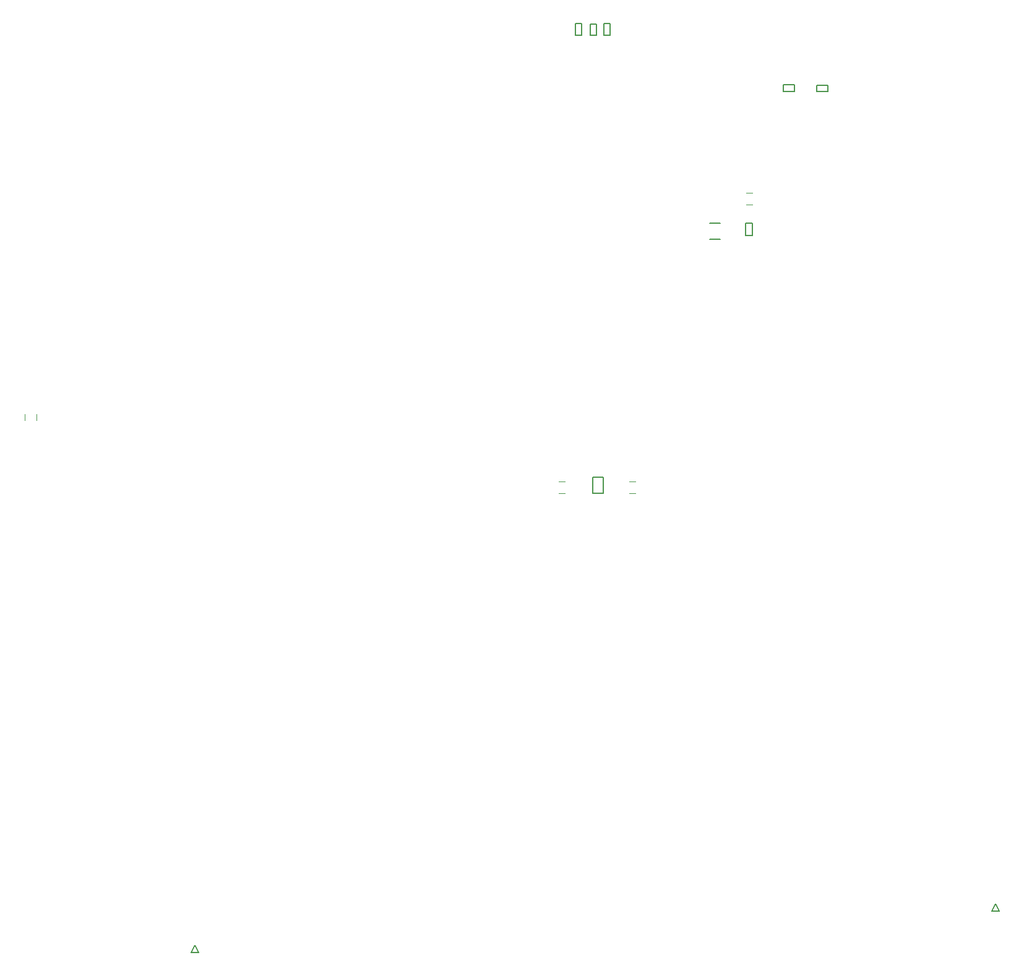
<source format=gbr>
%TF.GenerationSoftware,Altium Limited,Altium Designer,23.6.0 (18)*%
G04 Layer_Color=16711935*
%FSLAX45Y45*%
%MOMM*%
%TF.SameCoordinates,8B2A78E3-6762-467B-82E4-ABAB87B9FA14*%
%TF.FilePolarity,Positive*%
%TF.FileFunction,Other,Top_3D_Body*%
%TF.Part,Single*%
G01*
G75*
%TA.AperFunction,NonConductor*%
%ADD70C,0.20000*%
%ADD71C,0.12700*%
%ADD114C,0.10000*%
D70*
X6587500Y14452499D02*
X6742500D01*
Y14367500D02*
Y14452499D01*
X6587500Y14367500D02*
X6742500D01*
X6587500D02*
Y14452499D01*
X6132500Y14370000D02*
X6287500D01*
X6132500D02*
Y14455000D01*
X6287500D01*
Y14370000D02*
Y14455000D01*
X3680000Y15295000D02*
X3765000D01*
X3680000Y15139999D02*
Y15295000D01*
Y15139999D02*
X3765000D01*
Y15295000D01*
X5127500Y12564498D02*
X5272500D01*
X5127500Y12344498D02*
X5272500D01*
X5710300Y12397000D02*
Y12562000D01*
X5620300D02*
X5710300D01*
X5620300Y12397000D02*
X5710300D01*
X5620300D02*
Y12562000D01*
X3523339Y9082911D02*
X3668339D01*
X3523339Y8862911D02*
Y9082911D01*
Y8862911D02*
X3668339D01*
Y9082911D01*
X3285000Y15295000D02*
X3370000D01*
X3285000Y15139999D02*
Y15295000D01*
Y15139999D02*
X3370000D01*
Y15295000D01*
X3490000Y15292500D02*
X3575000D01*
X3490000Y15137500D02*
Y15292500D01*
Y15137500D02*
X3575000D01*
Y15292500D01*
D71*
X8985000Y3140000D02*
X9035000Y3240000D01*
X8985000Y3140000D02*
X9085000D01*
X9035000Y3240000D02*
X9085000Y3140000D01*
X-1922500Y2675000D02*
X-1872500Y2575000D01*
X-1972500D02*
X-1922500Y2675000D01*
X-1972500Y2575000D02*
X-1872500D01*
D114*
X5622800Y12977499D02*
X5707800D01*
X5622800Y12817500D02*
X5707800D01*
X-4087500Y9865000D02*
Y9950000D01*
X-4247500Y9865000D02*
Y9950000D01*
X4025000Y8862500D02*
X4110000D01*
X4025000Y9022500D02*
X4110000D01*
X3057500D02*
X3142500D01*
X3057500Y8862500D02*
X3142500D01*
%TF.MD5,5c175bb6df6f862c644bf1c4c63ae3cd*%
M02*

</source>
